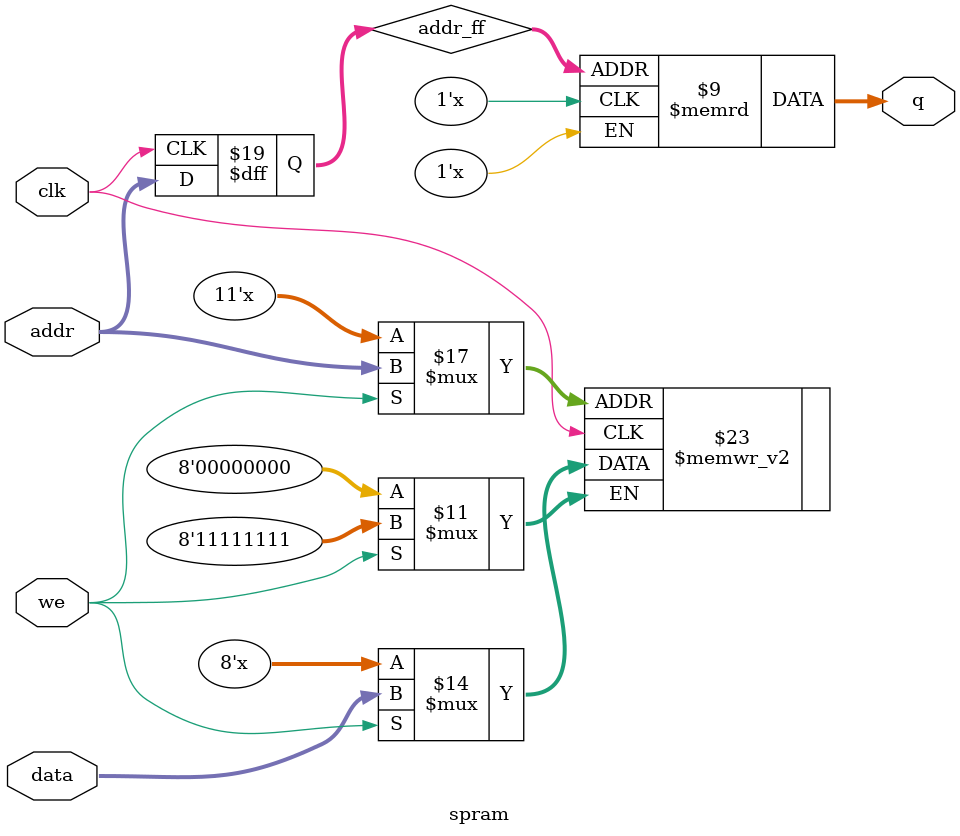
<source format=sv>
/*
    ------------------------------------------------------------------------------
    -- The MIT License (MIT)
    --
    -- Copyright (c) <2018> Konovalov Vitaliy
    --
    -- Permission is hereby granted, free of charge, to any person obtaining a copy
    -- of this software and associated documentation files (the "Software"), to deal
    -- in the Software without restriction, including without limitation the rights
    -- to use, copy, modify, merge, publish, distribute, sublicense, and/or sell
    -- copies of the Software, and to permit persons to whom the Software is
    -- furnished to do so, subject to the following conditions:
    --
    -- The above copyright notice and this permission notice shall be included in
    -- all copies or substantial portions of the Software.
    --
    -- THE SOFTWARE IS PROVIDED "AS IS", WITHOUT WARRANTY OF ANY KIND, EXPRESS OR
    -- IMPLIED, INCLUDING BUT NOT LIMITED TO THE WARRANTIES OF MERCHANTABILITY,
    -- FITNESS FOR A PARTICULAR PURPOSE AND NONINFRINGEMENT. IN NO EVENT SHALL THE
    -- AUTHORS OR COPYRIGHT HOLDERS BE LIABLE FOR ANY CLAIM, DAMAGES OR OTHER
    -- LIABILITY, WHETHER IN AN ACTION OF CONTRACT, TORT OR OTHERWISE, ARISING FROM,
    -- OUT OF OR IN CONNECTION WITH THE SOFTWARE OR THE USE OR OTHER DEALINGS IN
    -- THE SOFTWARE.
    -------------------------------------------------------------------------------

    Project     : FFT_CORE
    Author      : Konovalov Vitaliy
    Description :
                  Generic single-port memory.

*/
module spram #(
	DW = 8 ,
	AW = 11
) (
	input                 clk ,
	input        [DW-1:0] data,
	input        [AW-1:0] addr,
	input                 we  ,
	output logic [DW-1:0] q
);

	localparam RAM_DEPTH = 1 << AW;

    logic [DW-1:0] ram    [RAM_DEPTH];
    logic [AW-1:0] addr_ff           ;

    always @ (posedge clk) begin
        addr_ff <= addr;
        if(we) ram[addr] <= data;
    end

    assign q = ram[addr_ff];

endmodule
</source>
